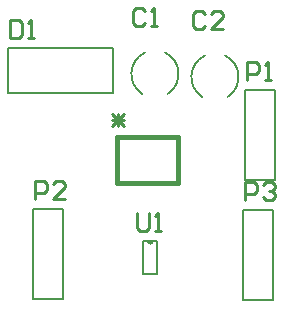
<source format=gto>
%FSLAX25Y25*%
%MOIN*%
G70*
G01*
G75*
%ADD10C,0.02000*%
%ADD11C,0.01000*%
%ADD12R,0.06000X0.06000*%
%ADD13O,0.03937X0.01969*%
%ADD14R,0.03937X0.01969*%
%ADD15C,0.01500*%
%ADD16C,0.06000*%
%ADD17C,0.05315*%
%ADD18R,0.05315X0.05315*%
%ADD19R,0.05906X0.05906*%
%ADD20C,0.05906*%
%ADD21C,0.00787*%
D11*
X246300Y298998D02*
X250299Y295000D01*
X246300D02*
X250299Y298998D01*
X246300Y296999D02*
X250299D01*
X248299Y295000D02*
Y298998D01*
X212100Y330398D02*
Y324400D01*
X215099D01*
X216099Y325400D01*
Y329398D01*
X215099Y330398D01*
X212100D01*
X218098Y324400D02*
X220097D01*
X219098D01*
Y330398D01*
X218098Y329398D01*
X257199Y333398D02*
X256199Y334398D01*
X254200D01*
X253200Y333398D01*
Y329400D01*
X254200Y328400D01*
X256199D01*
X257199Y329400D01*
X259198Y328400D02*
X261197D01*
X260198D01*
Y334398D01*
X259198Y333398D01*
X291100Y310400D02*
Y316398D01*
X294099D01*
X295099Y315398D01*
Y313399D01*
X294099Y312399D01*
X291100D01*
X297098Y310400D02*
X299097D01*
X298098D01*
Y316398D01*
X297098Y315398D01*
X277199Y332398D02*
X276199Y333398D01*
X274200D01*
X273200Y332398D01*
Y328400D01*
X274200Y327400D01*
X276199D01*
X277199Y328400D01*
X283197Y327400D02*
X279198D01*
X283197Y331399D01*
Y332398D01*
X282197Y333398D01*
X280198D01*
X279198Y332398D01*
X254650Y266248D02*
Y261250D01*
X255650Y260250D01*
X257649D01*
X258649Y261250D01*
Y266248D01*
X260648Y260250D02*
X262647D01*
X261648D01*
Y266248D01*
X260648Y265248D01*
X290600Y270400D02*
Y276398D01*
X293599D01*
X294599Y275398D01*
Y273399D01*
X293599Y272399D01*
X290600D01*
X296598Y275398D02*
X297598Y276398D01*
X299597D01*
X300597Y275398D01*
Y274399D01*
X299597Y273399D01*
X298597D01*
X299597D01*
X300597Y272399D01*
Y271400D01*
X299597Y270400D01*
X297598D01*
X296598Y271400D01*
X220600Y270900D02*
Y276898D01*
X223599D01*
X224599Y275898D01*
Y273899D01*
X223599Y272899D01*
X220600D01*
X230597Y270900D02*
X226598D01*
X230597Y274899D01*
Y275898D01*
X229597Y276898D01*
X227598D01*
X226598Y275898D01*
D15*
X247750Y284000D02*
Y291500D01*
Y276000D02*
Y284000D01*
Y291500D02*
X268250D01*
Y276000D02*
Y291500D01*
X247750Y276000D02*
X268250D01*
D21*
X257226Y319661D02*
G03*
X256268Y305860I3274J-7161D01*
G01*
X264732D02*
G03*
X263774Y319661I-4232J6640D01*
G01*
X277226Y318661D02*
G03*
X276268Y304860I3274J-7161D01*
G01*
X284732D02*
G03*
X283774Y318661I-4232J6640D01*
G01*
X258018Y256870D02*
G03*
X259888Y256870I935J0D01*
G01*
X246500Y306000D02*
Y321000D01*
X211500Y306000D02*
X246500D01*
X211500D02*
Y321000D01*
X246500D01*
X300500Y277000D02*
Y307000D01*
X290500D02*
X300500D01*
X290500Y277000D02*
Y307000D01*
Y277000D02*
X300500D01*
X261256Y245650D02*
Y256870D01*
X256650Y245650D02*
X261256D01*
X256650D02*
Y256870D01*
X259888D01*
X258018D02*
X261256D01*
X290000Y237000D02*
Y267000D01*
Y237000D02*
X300000D01*
Y267000D01*
X290000D02*
X300000D01*
X230000Y237500D02*
Y267500D01*
X220000D02*
X230000D01*
X220000Y237500D02*
Y267500D01*
Y237500D02*
X230000D01*
M02*

</source>
